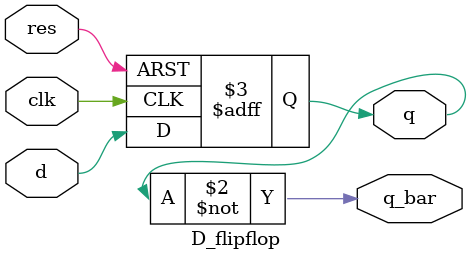
<source format=v>
module D_flipflop (
  input clk,
  input d,
  input res,
  output reg q,
  output q_bar
  );
  
  always@(posedge clk or posedge res) begin
    if 
        (res) q <=0;
    else
        q <= d;
 
  end
  assign q_bar = ~q;
  
endmodule
</source>
